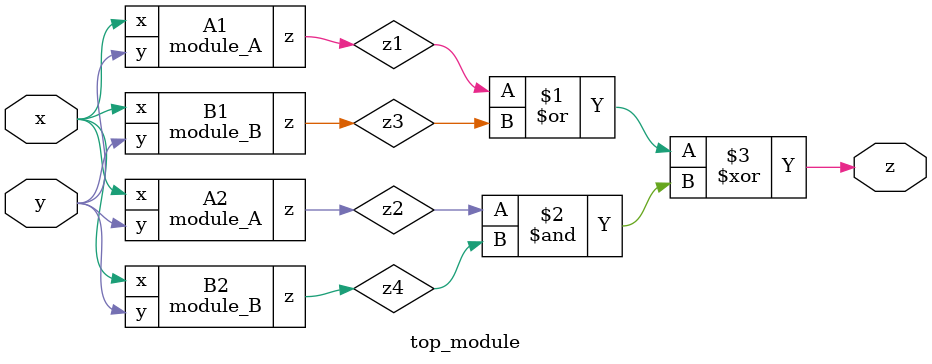
<source format=sv>
module module_A (
    input x,
    input y,
    output z
);

assign z = (x ^ y) & x;

endmodule
module module_B (
    input x,
    input y,
    output z
);

assign z = (x == 0 && y == 0) || (x == 1 && y == 1);

endmodule
module top_module(
    input x,
    input y,
    output z
);

wire z1, z2, z3, z4;

module_A A1 (
    .x(x),
    .y(y),
    .z(z1)
);

module_A A2 (
    .x(x),
    .y(y),
    .z(z2)
);

module_B B1 (
    .x(x),
    .y(y),
    .z(z3)
);

module_B B2 (
    .x(x),
    .y(y),
    .z(z4)
);

assign z = (z1 | z3) ^ (z2 & z4);

endmodule

</source>
